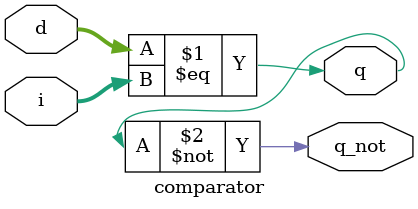
<source format=v>
module comparator#(
    parameter s=8
) (
    input wire [s-1:0] d,
    input wire [s-1:0] i,
    output wire q,
    output wire q_not
);

assign q = (d == i);
assign q_not = ~(q);
endmodule

</source>
